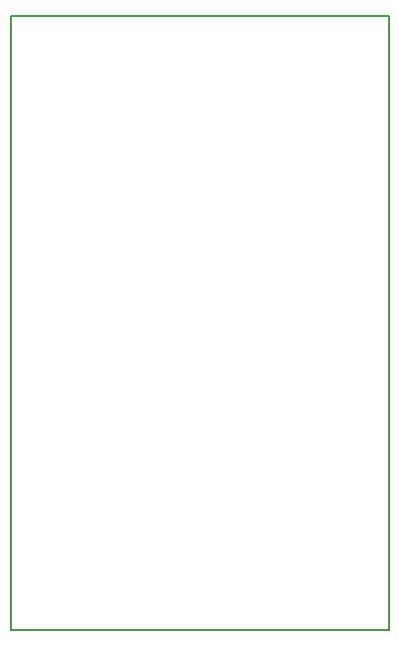
<source format=gko>
%FSLAX42Y42*%
%MOMM*%
G71*
G01*
G75*
G04 Layer_Color=16711935*
%ADD10R,1.50X1.25*%
%ADD11R,1.25X1.50*%
%ADD12R,1.50X1.50*%
%ADD13O,2.00X0.60*%
%ADD14R,1.78X2.54*%
%ADD15R,5.59X7.62*%
%ADD16R,2.54X1.78*%
%ADD17R,7.62X5.59*%
%ADD18R,0.90X0.90*%
%ADD19R,0.90X1.25*%
%ADD20R,0.90X0.90*%
%ADD21R,1.25X0.90*%
%ADD22C,0.50*%
%ADD23C,0.30*%
%ADD24C,0.35*%
%ADD25C,2.50*%
%ADD26C,0.25*%
%ADD27R,13.30X3.00*%
%ADD28R,4.30X6.30*%
%ADD29R,4.00X7.80*%
%ADD30R,4.00X4.70*%
%ADD31R,4.90X6.40*%
%ADD32R,3.50X7.80*%
%ADD33R,5.20X6.30*%
%ADD34R,11.10X9.60*%
%ADD35R,9.90X3.00*%
%ADD36R,11.20X16.40*%
%ADD37C,3.50*%
%ADD38R,1.80X1.80*%
%ADD39R,2.00X1.40*%
%ADD40O,2.00X1.40*%
%ADD41R,1.70X1.45*%
%ADD42R,1.45X1.70*%
%ADD43R,1.70X1.70*%
%ADD44O,2.20X0.80*%
%ADD45R,1.98X2.74*%
%ADD46R,5.79X7.82*%
%ADD47R,2.74X1.98*%
%ADD48R,7.82X5.79*%
%ADD49R,1.10X1.10*%
%ADD50R,1.10X1.45*%
%ADD51R,1.10X1.10*%
%ADD52R,1.45X1.10*%
%ADD53C,3.70*%
%ADD54R,2.00X2.00*%
%ADD55R,2.20X1.60*%
%ADD56O,2.20X1.60*%
%ADD57C,0.20*%
D57*
X13200Y5000D02*
Y10200D01*
X10000D02*
X13200D01*
X10000Y5000D02*
X13200D01*
X10000D02*
Y10200D01*
M02*

</source>
